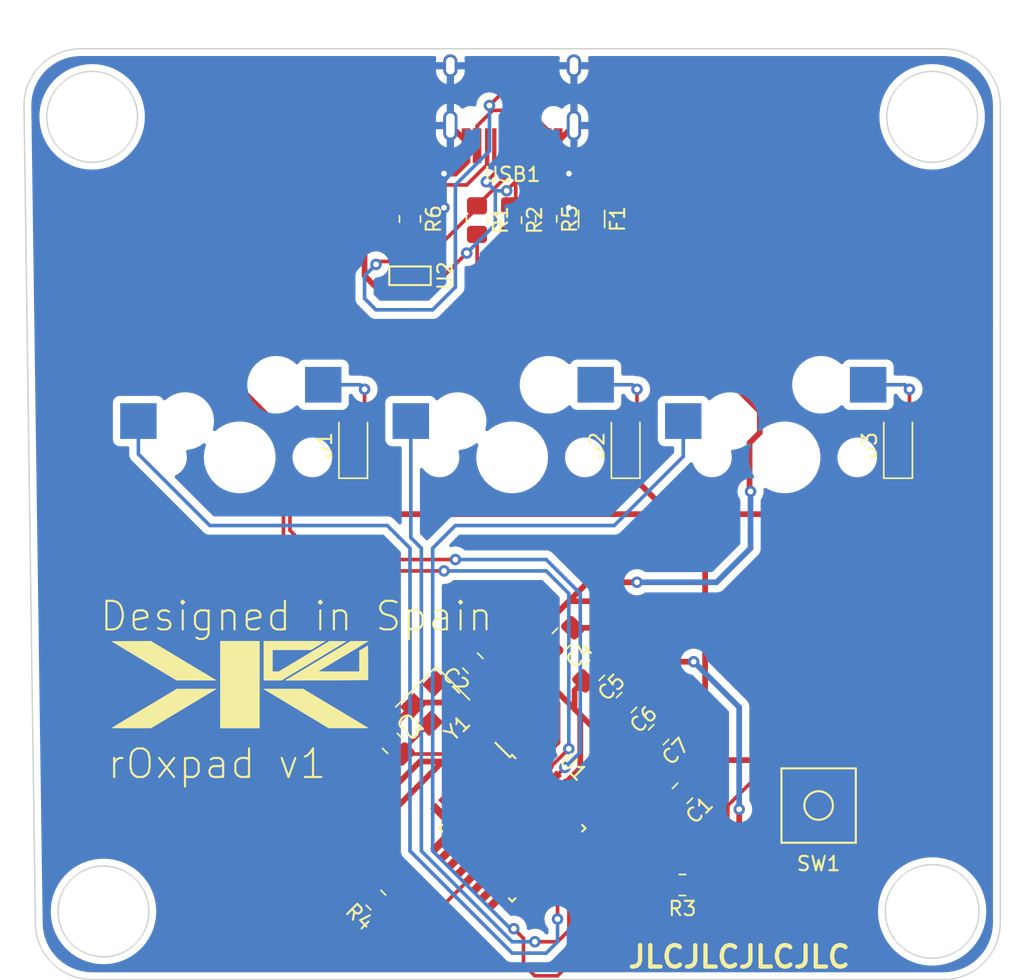
<source format=kicad_pcb>
(kicad_pcb (version 20211014) (generator pcbnew)
  (layers (0 "F.Cu" signal) (31 "B.Cu" signal) (34 "B.Paste" user) (35 "F.Paste" user) (36 "B.SilkS" user "B.Silkscreen") (37 "F.SilkS" user "F.Silkscreen") (38 "B.Mask" user) (39 "F.Mask" user) (44 "Edge.Cuts" user))
  (net 0 "")
  (net 1 "+5V")
  (net 2 "GND")
  (net 3 "XTAL1")
  (net 4 "XTAL2")
  (net 5 "Net-(D1-Pad2)")
  (net 6 "Net-(D2-Pad2)")
  (net 7 "Net-(D3-Pad2)")
  (net 8 "D-")
  (net 9 "Net-(R1-Pad2)")
  (net 10 "D+")
  (net 11 "Net-(R2-Pad2)")
  (net 12 "Net-(R3-Pad2)")
  (net 22 "Net-(C1-Pad1)")
  (net 23 "VCC")
  (net 24 "KEY-0")
  (net 25 "KEY-1")
  (net 26 "KEY-2")
  (net 27 "Net-(R4-Pad1)")
  (net 28 "Net-(R5-Pad1)")
  (net 29 "Net-(R6-Pad1)")
  (footprint "random-keyboard-parts:SKQG-1155865" (layer "F.Cu") (at 128.5875 113.24375)
    (fp_text reference "SW1" (at 0 4.064) (layer "F.SilkS"))
    (fp_text value "SW_Push")
    (pad "1" smd rect locked (at 3.1 1.85) (size 1.8 1.1) (layers "F.Cu" "F.Paste" "F.Mask") (net 2 "GND"))
    (pad "2" smd rect locked (at -3.1 -1.85) (size 1.8 1.1) (layers "F.Cu" "F.Paste" "F.Mask") (net 12 "Net-(R3-Pad2)"))
    (pad "3" smd rect locked (at 3.1 -1.85) (size 1.8 1.1) (layers "F.Cu" "F.Paste" "F.Mask"))
    (pad "4" smd rect locked (at -3.1 1.85) (size 1.8 1.1) (layers "F.Cu" "F.Paste" "F.Mask"))
  )
  (footprint "Resistor_SMD:R_0805_2012Metric_Pad1.20x1.40mm_HandSolder" (layer "F.Cu") (at 100.0125 72.23125 -90)
    (fp_text reference "R6" (at 0 -1.65 90) (layer "F.SilkS"))
    (fp_text value "5.1k")
    (pad "1" smd roundrect (at -1 0 270) (size 1.2 1.4) (layers "F.Cu" "F.Paste" "F.Mask") (roundrect_rratio 0.2083333333) (net 29 "Net-(R6-Pad1)"))
    (pad "2" smd roundrect (at 1 0 270) (size 1.2 1.4) (layers "F.Cu" "F.Paste" "F.Mask") (roundrect_rratio 0.2083333333) (net 2 "GND"))
  )
  (footprint "Diode_SMD:D_SOD-123" (layer "F.Cu") (at 115.09375 88.10625 90)
    (fp_text reference "D2" (at 0 -2 90) (layer "F.SilkS"))
    (fp_text value "D_Small")
    (pad "1" smd rect (at -1.65 0 90) (size 0.9 1.2) (layers "F.Cu" "F.Paste" "F.Mask") (net 2 "GND"))
    (pad "2" smd rect (at 1.65 0 90) (size 0.9 1.2) (layers "F.Cu" "F.Paste" "F.Mask") (net 6 "Net-(D2-Pad2)"))
  )
  (footprint "Capacitor_SMD:C_0805_2012Metric_Pad1.18x1.45mm_HandSolder" (layer "F.Cu") (at 119.0625 112.389873 -135)
    (fp_text reference "C1" (at 0 -1.68 45) (layer "F.SilkS"))
    (fp_text value "1uF")
    (pad "1" smd roundrect (at -1.0375 0 225) (size 1.175 1.45) (layers "F.Cu" "F.Paste" "F.Mask") (roundrect_rratio 0.2127659574) (net 22 "Net-(C1-Pad1)"))
    (pad "2" smd roundrect (at 1.0375 0 225) (size 1.175 1.45) (layers "F.Cu" "F.Paste" "F.Mask") (roundrect_rratio 0.2127659574) (net 2 "GND"))
  )
  (footprint "Capacitor_SMD:C_0805_2012Metric_Pad1.18x1.45mm_HandSolder" (layer "F.Cu") (at 98.79367 108.90633 -45)
    (fp_text reference "C3" (at 0 -1.68 135) (layer "F.SilkS"))
    (fp_text value "22Pf")
    (pad "1" smd roundrect (at -1.0375 0 315) (size 1.175 1.45) (layers "F.Cu" "F.Paste" "F.Mask") (roundrect_rratio 0.2127659574) (net 2 "GND"))
    (pad "2" smd roundrect (at 1.0375 0 315) (size 1.175 1.45) (layers "F.Cu" "F.Paste" "F.Mask") (roundrect_rratio 0.2127659574) (net 4 "XTAL2"))
  )
  (footprint "Resistor_SMD:R_0805_2012Metric_Pad1.20x1.40mm_HandSolder" (layer "F.Cu") (at 119.0625 118.8 180)
    (fp_text reference "R3" (at 0 -1.65) (layer "F.SilkS"))
    (fp_text value "10k")
    (pad "1" smd roundrect (at -1 0 180) (size 1.2 1.4) (layers "F.Cu" "F.Paste" "F.Mask") (roundrect_rratio 0.2083333333) (net 1 "+5V"))
    (pad "2" smd roundrect (at 1 0 180) (size 1.2 1.4) (layers "F.Cu" "F.Paste" "F.Mask") (roundrect_rratio 0.2083333333) (net 12 "Net-(R3-Pad2)"))
  )
  (footprint "MX_Only:MXOnly-1U-Hotswap" (layer "F.Cu") (at 126.20625 88.9)
    (fp_text reference "MX3")
    (fp_text value "MX-NoLED")
    (pad "" np_thru_hole circle locked (at 5.08 0 48.0996) (size 1.75 1.75) (drill 1.75) (layers *.Cu *.Mask))
    (pad "" np_thru_hole circle locked (at -5.08 0 48.0996) (size 1.75 1.75) (drill 1.75) (layers *.Cu *.Mask))
    (pad "" np_thru_hole circle locked (at -3.81 -2.54) (size 3 3) (drill 3) (layers *.Cu *.Mask))
    (pad "" np_thru_hole circle locked (at 0 0) (size 3.9878 3.9878) (drill 3.9878) (layers *.Cu *.Mask))
    (pad "" np_thru_hole circle locked (at 2.54 -5.08) (size 3 3) (drill 3) (layers *.Cu *.Mask))
    (pad "1" smd rect locked (at -7.085 -2.54) (size 2.55 2.5) (layers "B.Cu" "B.Paste" "B.Mask") (net 26 "KEY-2"))
    (pad "2" smd rect locked (at 5.842 -5.08) (size 2.55 2.5) (layers "B.Cu" "B.Paste" "B.Mask") (net 7 "Net-(D3-Pad2)"))
  )
  (footprint "Resistor_SMD:R_0805_2012Metric_Pad1.20x1.40mm_HandSolder" (layer "F.Cu") (at 97.63125 119.85625 135)
    (fp_text reference "R4" (at 0 -1.65 135) (layer "F.SilkS"))
    (fp_text value "10k")
    (pad "1" smd roundrect (at -1 0 135) (size 1.2 1.4) (layers "F.Cu" "F.Paste" "F.Mask") (roundrect_rratio 0.2083333333) (net 27 "Net-(R4-Pad1)"))
    (pad "2" smd roundrect (at 1 0 135) (size 1.2 1.4) (layers "F.Cu" "F.Paste" "F.Mask") (roundrect_rratio 0.2083333333) (net 2 "GND"))
  )
  (footprint "Resistor_SMD:R_0805_2012Metric_Pad1.20x1.40mm_HandSolder" (layer "F.Cu") (at 107.080016 72.307483 -90)
    (fp_text reference "R2" (at 0 -1.65 90) (layer "F.SilkS"))
    (fp_text value "22")
    (pad "1" smd roundrect (at -1 0 270) (size 1.2 1.4) (layers "F.Cu" "F.Paste" "F.Mask") (roundrect_rratio 0.2083333333) (net 10 "D+"))
    (pad "2" smd roundrect (at 1 0 270) (size 1.2 1.4) (layers "F.Cu" "F.Paste" "F.Mask") (roundrect_rratio 0.2083333333) (net 11 "Net-(R2-Pad2)"))
  )
  (footprint "Crystal:Crystal_SMD_3225-4Pin_3.2x2.5mm" (layer "F.Cu") (at 101.6 106.1 -135)
    (fp_text reference "Y1" (at 0 -2.45 45) (layer "F.SilkS"))
    (fp_text value "16MHz")
    (pad "1" smd rect (at -1.1 0.85 225) (size 1.4 1.2) (layers "F.Cu" "F.Paste" "F.Mask") (net 3 "XTAL1"))
    (pad "2" smd rect (at 1.1 0.85 225) (size 1.4 1.2) (layers "F.Cu" "F.Paste" "F.Mask") (net 2 "GND"))
    (pad "3" smd rect (at 1.1 -0.85 225) (size 1.4 1.2) (layers "F.Cu" "F.Paste" "F.Mask") (net 4 "XTAL2"))
    (pad "4" smd rect (at -1.1 -0.85 225) (size 1.4 1.2) (layers "F.Cu" "F.Paste" "F.Mask") (net 2 "GND"))
  )
  (footprint "Diode_SMD:D_SOD-123" (layer "F.Cu") (at 96.04375 88.10625 90)
    (fp_text reference "D1" (at 0 -2 90) (layer "F.SilkS"))
    (fp_text value "D_Small")
    (pad "1" smd rect (at -1.65 0 90) (size 0.9 1.2) (layers "F.Cu" "F.Paste" "F.Mask") (net 2 "GND"))
    (pad "2" smd rect (at 1.65 0 90) (size 0.9 1.2) (layers "F.Cu" "F.Paste" "F.Mask") (net 5 "Net-(D1-Pad2)"))
  )
  (footprint "Resistor_SMD:R_0805_2012Metric_Pad1.20x1.40mm_HandSolder" (layer "F.Cu") (at 104.698766 72.307483 -90)
    (fp_text reference "R1" (at 0 -1.65 90) (layer "F.SilkS"))
    (fp_text value "22")
    (pad "1" smd roundrect (at -1 0 270) (size 1.2 1.4) (layers "F.Cu" "F.Paste" "F.Mask") (roundrect_rratio 0.2083333333) (net 8 "D-"))
    (pad "2" smd roundrect (at 1 0 270) (size 1.2 1.4) (layers "F.Cu" "F.Paste" "F.Mask") (roundrect_rratio 0.2083333333) (net 9 "Net-(R1-Pad2)"))
  )
  (footprint "random-keyboard-parts:SOT143B" (layer "F.Cu") (at 100.0125 76.2 90)
    (fp_text reference "U2" (at 0 2.45 90) (layer "F.SilkS"))
    (fp_text value "PRTR5V0U2X")
    (pad "1" smd rect locked (at -1 -0.75) (size 1 0.7) (layers "F.Cu" "F.Paste" "F.Mask") (net 2 "GND"))
    (pad "2" smd rect locked (at -1 0.95) (size 0.6 0.7) (layers "F.Cu" "F.Paste" "F.Mask") (net 10 "D+"))
    (pad "3" smd rect locked (at 1 0.95) (size 0.6 0.7) (layers "F.Cu" "F.Paste" "F.Mask") (net 8 "D-"))
    (pad "4" smd rect locked (at 1 -0.95) (size 0.6 0.7) (layers "F.Cu" "F.Paste" "F.Mask") (net 23 "VCC"))
  )
  (footprint "MX_Only:MXOnly-1U-Hotswap" (layer "F.Cu") (at 107.15625 88.9)
    (fp_text reference "MX2")
    (fp_text value "MX-NoLED")
    (pad "" np_thru_hole circle locked (at 2.54 -5.08) (size 3 3) (drill 3) (layers *.Cu *.Mask))
    (pad "" np_thru_hole circle locked (at -5.08 0 48.0996) (size 1.75 1.75) (drill 1.75) (layers *.Cu *.Mask))
    (pad "" np_thru_hole circle locked (at -3.81 -2.54) (size 3 3) (drill 3) (layers *.Cu *.Mask))
    (pad "" np_thru_hole circle locked (at 0 0) (size 3.9878 3.9878) (drill 3.9878) (layers *.Cu *.Mask))
    (pad "" np_thru_hole circle locked (at 5.08 0 48.0996) (size 1.75 1.75) (drill 1.75) (layers *.Cu *.Mask))
    (pad "1" smd rect locked (at -7.085 -2.54) (size 2.55 2.5) (layers "B.Cu" "B.Paste" "B.Mask") (net 25 "KEY-1"))
    (pad "2" smd rect locked (at 5.842 -5.08) (size 2.55 2.5) (layers "B.Cu" "B.Paste" "B.Mask") (net 6 "Net-(D2-Pad2)"))
  )
  (footprint "Capacitor_SMD:C_0805_2012Metric_Pad1.18x1.45mm_HandSolder" (layer "F.Cu") (at 117.398941 108.284937 -135)
    (fp_text reference "C7" (at 0 -1.68 45) (layer "F.SilkS"))
    (fp_text value "10uF")
    (pad "1" smd roundrect (at -1.0375 0 225) (size 1.175 1.45) (layers "F.Cu" "F.Paste" "F.Mask") (roundrect_rratio 0.2127659574) (net 1 "+5V"))
    (pad "2" smd roundrect (at 1.0375 0 225) (size 1.175 1.45) (layers "F.Cu" "F.Paste" "F.Mask") (roundrect_rratio 0.2127659574) (net 2 "GND"))
  )
  (footprint "Package_QFP:TQFP-32_7x7mm_P0.8mm" (layer "F.Cu") (at 107.15625 114.83125 -45)
    (fp_text reference "U1" (at 0 -6.05 135) (layer "F.SilkS"))
    (fp_text value "ATmega16U2-A")
    (pad "1" smd rect (at -4.25 -2.8 315) (size 1.6 0.55) (layers "F.Cu" "F.Paste" "F.Mask") (net 3 "XTAL1"))
    (pad "2" smd rect (at -4.25 -2 315) (size 1.6 0.55) (layers "F.Cu" "F.Paste" "F.Mask") (net 4 "XTAL2"))
    (pad "3" smd rect (at -4.25 -1.2 315) (size 1.6 0.55) (layers "F.Cu" "F.Paste" "F.Mask") (net 2 "GND"))
    (pad "4" smd rect (at -4.25 -0.4 315) (size 1.6 0.55) (layers "F.Cu" "F.Paste" "F.Mask") (net 1 "+5V"))
    (pad "5" smd rect (at -4.25 0.4 315) (size 1.6 0.55) (layers "F.Cu" "F.Paste" "F.Mask"))
    (pad "6" smd rect (at -4.25 1.2 315) (size 1.6 0.55) (layers "F.Cu" "F.Paste" "F.Mask"))
    (pad "7" smd rect (at -4.25 2 315) (size 1.6 0.55) (layers "F.Cu" "F.Paste" "F.Mask"))
    (pad "8" smd rect (at -4.25 2.8 315) (size 1.6 0.55) (layers "F.Cu" "F.Paste" "F.Mask"))
    (pad "9" smd rect (at -2.8 4.25 45) (size 1.6 0.55) (layers "F.Cu" "F.Paste" "F.Mask"))
    (pad "10" smd rect (at -2 4.25 45) (size 1.6 0.55) (layers "F.Cu" "F.Paste" "F.Mask"))
    (pad "11" smd rect (at -1.2 4.25 45) (size 1.6 0.55) (layers "F.Cu" "F.Paste" "F.Mask"))
    (pad "12" smd rect (at -0.4 4.25 45) (size 1.6 0.55) (layers "F.Cu" "F.Paste" "F.Mask"))
    (pad "13" smd rect (at 0.4 4.25 45) (size 1.6 0.55) (layers "F.Cu" "F.Paste" "F.Mask") (net 27 "Net-(R4-Pad1)"))
    (pad "14" smd rect (at 1.2 4.25 45) (size 1.6 0.55) (layers "F.Cu" "F.Paste" "F.Mask"))
    (pad "15" smd rect (at 2 4.25 45) (size 1.6 0.55) (layers "F.Cu" "F.Paste" "F.Mask"))
    (pad "16" smd rect (at 2.8 4.25 45) (size 1.6 0.55) (layers "F.Cu" "F.Paste" "F.Mask"))
    (pad "17" smd rect (at 4.25 2.8 315) (size 1.6 0.55) (layers "F.Cu" "F.Paste" "F.Mask"))
    (pad "18" smd rect (at 4.25 2 315) (size 1.6 0.55) (layers "F.Cu" "F.Paste" "F.Mask"))
    (pad "19" smd rect (at 4.25 1.2 315) (size 1.6 0.55) (layers "F.Cu" "F.Paste" "F.Mask") (net 24 "KEY-0"))
    (pad "20" smd rect (at 4.25 0.4 315) (size 1.6 0.55) (layers "F.Cu" "F.Paste" "F.Mask") (net 25 "KEY-1"))
    (pad "21" smd rect (at 4.25 -0.4 315) (size 1.6 0.55) (layers "F.Cu" "F.Paste" "F.Mask") (net 26 "KEY-2"))
    (pad "22" smd rect (at 4.25 -1.2 315) (size 1.6 0.55) (layers "F.Cu" "F.Paste" "F.Mask"))
    (pad "23" smd rect (at 4.25 -2 315) (size 1.6 0.55) (layers "F.Cu" "F.Paste" "F.Mask"))
    (pad "24" smd rect (at 4.25 -2.8 315) (size 1.6 0.55) (layers "F.Cu" "F.Paste" "F.Mask") (net 12 "Net-(R3-Pad2)"))
    (pad "25" smd rect (at 2.8 -4.25 45) (size 1.6 0.55) (layers "F.Cu" "F.Paste" "F.Mask"))
    (pad "26" smd rect (at 2 -4.25 45) (size 1.6 0.55) (layers "F.Cu" "F.Paste" "F.Mask"))
    (pad "27" smd rect (at 1.2 -4.25 45) (size 1.6 0.55) (layers "F.Cu" "F.Paste" "F.Mask") (net 22 "Net-(C1-Pad1)"))
    (pad "28" smd rect (at 0.4 -4.25 45) (size 1.6 0.55) (layers "F.Cu" "F.Paste" "F.Mask") (net 2 "GND"))
    (pad "29" smd rect (at -0.4 -4.25 45) (size 1.6 0.55) (layers "F.Cu" "F.Paste" "F.Mask") (net 11 "Net-(R2-Pad2)"))
    (pad "30" smd rect (at -1.2 -4.25 45) (size 1.6 0.55) (layers "F.Cu" "F.Paste" "F.Mask") (net 9 "Net-(R1-Pad2)"))
    (pad "31" smd rect (at -2 -4.25 45) (size 1.6 0.55) (layers "F.Cu" "F.Paste" "F.Mask") (net 1 "+5V"))
    (pad "32" smd rect (at -2.8 -4.25 45) (size 1.6 0.55) (layers "F.Cu" "F.Paste" "F.Mask") (net 1 "+5V"))
  )
  (footprint "Capacitor_SMD:C_0805_2012Metric_Pad1.18x1.45mm_HandSolder" (layer "F.Cu") (at 110.663749 101.549745 -135)
    (fp_text reference "C4" (at 0 -1.68 45) (layer "F.SilkS"))
    (fp_text value "0.1uF")
    (pad "1" smd roundrect (at -1.0375 0 225) (size 1.175 1.45) (layers "F.Cu" "F.Paste" "F.Mask") (roundrect_rratio 0.2127659574) (net 1 "+5V"))
    (pad "2" smd roundrect (at 1.0375 0 225) (size 1.175 1.45) (layers "F.Cu" "F.Paste" "F.Mask") (roundrect_rratio 0.2127659574) (net 2 "GND"))
  )
  (footprint "MX_Only:MXOnly-1U-Hotswap" (layer "F.Cu") (at 88.10625 88.9)
    (fp_text reference "MX1")
    (fp_text value "MX-NoLED")
    (pad "" np_thru_hole circle locked (at 0 0) (size 3.9878 3.9878) (drill 3.9878) (layers *.Cu *.Mask))
    (pad "" np_thru_hole circle locked (at -3.81 -2.54) (size 3 3) (drill 3) (layers *.Cu *.Mask))
    (pad "" np_thru_hole circle locked (at -5.08 0 48.0996) (size 1.75 1.75) (drill 1.75) (layers *.Cu *.Mask))
    (pad "" np_thru_hole circle locked (at 5.08 0 48.0996) (size 1.75 1.75) (drill 1.75) (layers *.Cu *.Mask))
    (pad "" np_thru_hole circle locked (at 2.54 -5.08) (size 3 3) (drill 3) (layers *.Cu *.Mask))
    (pad "1" smd rect locked (at -7.085 -2.54) (size 2.55 2.5) (layers "B.Cu" "B.Paste" "B.Mask") (net 24 "KEY-0"))
    (pad "2" smd rect locked (at 5.842 -5.08) (size 2.55 2.5) (layers "B.Cu" "B.Paste" "B.Mask") (net 5 "Net-(D1-Pad2)"))
  )
  (footprint "Diode_SMD:D_SOD-123" (layer "F.Cu") (at 134.14375 88.10625 90)
    (fp_text reference "D3" (at 0 -2 90) (layer "F.SilkS"))
    (fp_text value "D_Small")
    (pad "1" smd rect (at -1.65 0 90) (size 0.9 1.2) (layers "F.Cu" "F.Paste" "F.Mask") (net 2 "GND"))
    (pad "2" smd rect (at 1.65 0 90) (size 0.9 1.2) (layers "F.Cu" "F.Paste" "F.Mask") (net 7 "Net-(D3-Pad2)"))
  )
  (footprint "Capacitor_SMD:C_0805_2012Metric_Pad1.18x1.45mm_HandSolder" (layer "F.Cu") (at 104.40633 103.29367 135)
    (fp_text reference "C2" (at 0 -1.68 135) (layer "F.SilkS"))
    (fp_text value "22Pf")
    (pad "1" smd roundrect (at -1.0375 0 135) (size 1.175 1.45) (layers "F.Cu" "F.Paste" "F.Mask") (roundrect_rratio 0.2127659574) (net 2 "GND"))
    (pad "2" smd roundrect (at 1.0375 0 135) (size 1.175 1.45) (layers "F.Cu" "F.Paste" "F.Mask") (roundrect_rratio 0.2127659574) (net 3 "XTAL1"))
  )
  (footprint "Resistor_SMD:R_0805_2012Metric_Pad1.20x1.40mm_HandSolder" (layer "F.Cu") (at 109.5375 72.23125 -90)
    (fp_text reference "R5" (at 0 -1.65 90) (layer "F.SilkS"))
    (fp_text value "5.1k")
    (pad "1" smd roundrect (at -1 0 270) (size 1.2 1.4) (layers "F.Cu" "F.Paste" "F.Mask") (roundrect_rratio 0.2083333333) (net 28 "Net-(R5-Pad1)"))
    (pad "2" smd roundrect (at 1 0 270) (size 1.2 1.4) (layers "F.Cu" "F.Paste" "F.Mask") (roundrect_rratio 0.2083333333) (net 2 "GND"))
  )
  (footprint "LOGO" (layer "F.Cu") (at 88.10625 104.775)
    (fp_text reference "G***" hide)
    (fp_text value "LOGO" hide)
  )
  (footprint "Capacitor_SMD:C_0805_2012Metric_Pad1.18x1.45mm_HandSolder" (layer "F.Cu") (at 115.153877 106.039873 -135)
    (fp_text reference "C6" (at 0 -1.68 45) (layer "F.SilkS"))
    (fp_text value "0.1uF")
    (pad "1" smd roundrect (at -1.0375 0 225) (size 1.175 1.45) (layers "F.Cu" "F.Paste" "F.Mask") (roundrect_rratio 0.2127659574) (net 1 "+5V"))
    (pad "2" smd roundrect (at 1.0375 0 225) (size 1.175 1.45) (layers "F.Cu" "F.Paste" "F.Mask") (roundrect_rratio 0.2127659574) (net 2 "GND"))
  )
  (footprint "Fuse:Fuse_1206_3216Metric_Pad1.42x1.75mm_HandSolder" (layer "F.Cu") (at 112.7125 72.23125 -90)
    (fp_text reference "F1" (at 0 -1.82 90) (layer "F.SilkS"))
    (fp_text value "Polyfuse_Small")
    (pad "1" smd roundrect (at -1.4875 0 270) (size 1.425 1.75) (layers "F.Cu" "F.Paste" "F.Mask") (roundrect_rratio 0.1754392982) (net 23 "VCC"))
    (pad "2" smd roundrect (at 1.4875 0 270) (size 1.425 1.75) (layers "F.Cu" "F.Paste" "F.Mask") (roundrect_rratio 0.1754392982) (net 1 "+5V"))
  )
  (footprint "Capacitor_SMD:C_0805_2012Metric_Pad1.18x1.45mm_HandSolder" (layer "F.Cu") (at 112.908813 103.794809 -135)
    (fp_text reference "C5" (at 0 -1.68 45) (layer "F.SilkS"))
    (fp_text value "0.1uF")
    (pad "1" smd roundrect (at -1.0375 0 225) (size 1.175 1.45) (layers "F.Cu" "F.Paste" "F.Mask") (roundrect_rratio 0.2127659574) (net 1 "+5V"))
    (pad "2" smd roundrect (at 1.0375 0 225) (size 1.175 1.45) (layers "F.Cu" "F.Paste" "F.Mask") (roundrect_rratio 0.2127659574) (net 2 "GND"))
  )
  (footprint "Type-C:HRO-TYPE-C-31-M-12-HandSoldering" (layer "F.Cu") (at 107.15625 58.915 180)
    (fp_text reference "USB1" (at 0 -10.2) (layer "F.SilkS"))
    (fp_text value "HRO-TYPE-C-31-M-12")
    (pad "" np_thru_hole circle locked (at 2.89 -6.25 180) (size 0.65 0.65) (drill 0.65) (layers *.Cu *.Mask))
    (pad "" np_thru_hole circle locked (at -2.89 -6.25 180) (size 0.65 0.65) (drill 0.65) (layers *.Cu *.Mask))
    (pad "1" smd rect locked (at -3.225 -8.195 180) (size 0.6 2.45) (layers "F.Cu" "F.Paste" "F.Mask") (net 2 "GND"))
    (pad "2" smd rect locked (at -2.45 -8.195 180) (size 0.6 2.45) (layers "F.Cu" "F.Paste" "F.Mask") (net 23 "VCC"))
    (pad "3" smd rect locked (at -1.75 -8.195 180) (size 0.3 2.45) (layers "F.Cu" "F.Paste" "F.Mask"))
    (pad "4" smd rect locked (at -1.25 -8.195 180) (size 0.3 2.45) (layers "F.Cu" "F.Paste" "F.Mask") (net 28 "Net-(R5-Pad1)"))
    (pad "5" smd rect locked (at -0.75 -8.195 180) (size 0.3 2.45) (layers "F.Cu" "F.Paste" "F.Mask") (net 8 "D-"))
    (pad "6" smd rect locked (at -0.25 -8.195 180) (size 0.3 2.45) (layers "F.Cu" "F.Paste" "F.Mask") (net 10 "D+"))
    (pad "7" smd rect locked (at 0.25 -8.195 180) (size 0.3 2.45) (layers "F.Cu" "F.Paste" "F.Mask") (net 8 "D-"))
    (pad "8" smd rect locked (at 0.75 -8.195 180) (size 0.3 2.45) (layers "F.Cu" "F.Paste" "F.Mask") (net 10 "D+"))
    (pad "9" smd rect locked (at 1.25 -8.195 180) (size 0.3 2.45) (layers "F.Cu" "F.Paste" "F.Mask"))
    (pad "10" smd rect locked (at 1.75 -8.195 180) (size 0.3 2.45) (layers "F.Cu" "F.Paste" "F.Mask") (net 29 "Net-(R6-Pad1)"))
    (pad "11" smd rect locked (at 2.45 -8.195 180) (size 0.6 2.45) (layers "F.Cu" "F.Paste" "F.Mask") (net 23 "VCC"))
    (pad "12" smd rect locked (at 3.225 -8.195 180) (size 0.6 2.45) (layers "F.Cu" "F.Paste" "F.Mask") (net 2 "GND"))
    (pad "13" thru_hole oval locked (at -4.32 -6.78 180) (size 1 2.1) (drill oval 0.6 1.7) (layers *.Cu "B.Mask") (net 2 "GND"))
    (pad "13" thru_hole oval locked (at 4.32 -6.78 180) (size 1 2.1) (drill oval 0.6 1.7) (layers *.Cu "B.Mask") (net 2 "GND"))
    (pad "13" thru_hole oval locked (at -4.32 -2.6 180) (size 1 1.6) (drill oval 0.6 1.2) (layers *.Cu "B.Mask") (net 2 "GND"))
    (pad "13" thru_hole oval locked (at 4.32 -2.6 180) (size 1 1.6) (drill oval 0.6 1.2) (layers *.Cu "B.Mask") (net 2 "GND"))
  )
  (gr_circle (center 136.525 65.0875) (end 136.525 61.9125) (layer "Edge.Cuts") (width 0.1) (fill none))
  (gr_arc (start 141.2875 121.44375) (mid 140.12508 124.25008) (end 137.31875 125.4125) (layer "Edge.Cuts") (width 0.1))
  (gr_circle (center 136.525 120.65) (end 137.31875 117.475) (layer "Edge.Cuts") (width 0.1) (fill none))
  (gr_arc (start 77.7875 125.4125) (mid 74.98117 124.25008) (end 73.81875 121.44375) (layer "Edge.Cuts") (width 0.1))
  (gr_line (start 77.7875 125.4125) (end 137.31875 125.4125) (layer "Edge.Cuts") (width 0.1))
  (gr_arc (start 137.31875 60.325) (mid 140.12508 61.48742) (end 141.2875 64.29375) (layer "Edge.Cuts") (width 0.1))
  (gr_circle (center 77.7875 65.0875) (end 77.7875 61.9125) (layer "Edge.Cuts") (width 0.1) (fill none))
  (gr_line (start 137.31875 60.325) (end 76.99375 60.325) (layer "Edge.Cuts") (width 0.1))
  (gr_line (start 141.2875 121.44375) (end 141.2875 79.375) (layer "Edge.Cuts") (width 0.1))
  (gr_line (start 73.025 64.29375) (end 73.81875 121.44375) (layer "Edge.Cuts") (width 0.1))
  (gr_circle (center 78.58125 120.65) (end 78.58125 117.475) (layer "Edge.Cuts") (width 0.1) (fill none))
  (gr_line (start 141.2875 79.375) (end 141.2875 64.29375) (layer "Edge.Cuts") (width 0.1))
  (gr_arc (start 73.025 64.29375) (mid 74.18742 61.48742) (end 76.99375 60.325) (layer "Edge.Cuts") (width 0.1))
  (gr_text "Designed in Spain" (at 92.075 100.0125) (layer "F.SilkS") (effects (font (size 2 2))))
  (gr_text "rOxpad v1" (at 86.51875 110.33125) (layer "F.SilkS") (effects (font (size 2 2))))
  (gr_text "JLCJLCJLCJLC" (at 123.03125 123.825) (layer "F.SilkS") (effects (font (size 1.5 1.5) (thickness 0.3))))
  (segment (start 123.758349 87.886046) (end 123.758349 91.214599) (width 0.4) (layer "F.Cu") (net 1))
  (segment (start 111.125 98.95625) (end 113.50625 98.95625) (width 0.4) (layer "F.Cu") (net 1))
  (segment (start 121.349625 82.55) (end 124.475322 85.675697) (width 0.4) (layer "F.Cu") (net 1))
  (segment (start 117.7375 103.1875) (end 115.8875 101.3375) (width 0.4) (layer "F.Cu") (net 1))
  (segment (start 115.8875 101.3375) (end 115.8875 102.13125) (width 0.4) (layer "F.Cu") (net 1))
  (segment (start 120.0625 118.8) (end 120.601541 118.8) (width 0.4) (layer "F.Cu") (net 1))
  (segment (start 110.33125 106.154778) (end 107.95 103.773528) (width 0.4) (layer "F.Cu") (net 1))
  (segment (start 113.642436 103.061186) (end 114.572372 102.13125) (width 0.4) (layer "F.Cu") (net 1))
  (segment (start 118.132564 104.376314) (end 118.132564 107.551314) (width 0.4) (layer "F.Cu") (net 1))
  (segment (start 114.572372 100.816122) (end 115.8875 102.13125) (width 0.4) (layer "F.Cu") (net 1))
  (segment (start 112.7125 76.99375) (end 118.26875 82.55) (width 0.4) (layer "F.Cu") (net 1))
  (segment (start 111.397372 100.816122) (end 114.572372 100.816122) (width 0.4) (layer "F.Cu") (net 1))
  (segment (start 116.68125 102.925) (end 118.132564 104.376314) (width 0.4) (layer "F.Cu") (net 1))
  (segment (start 112.7125 73.71875) (end 112.7125 76.99375) (width 0.4) (layer "F.Cu") (net 1))
  (segment (start 118.26875 82.55) (end 121.349625 82.55) (width 0.4) (layer "F.Cu") (net 1))
  (segment (start 123.03125 116.370291) (end 123.03125 113.50625) (width 0.4) (layer "F.Cu") (net 1))
  (segment (start 116.68125 102.925) (end 115.8875 102.13125) (width 0.4) (layer "F.Cu") (net 1))
  (segment (start 112.45 97.63125) (end 110.99375 99.0875) (width 0.4) (layer "F.Cu") (net 1))
  (segment (start 113.50625 98.95625) (end 115.8875 101.3375) (width 0.4) (layer "F.Cu") (net 1))
  (segment (start 115.8875 105.30625) (end 116.68125 104.5125) (width 0.4) (layer "F.Cu") (net 1))
  (segment (start 107.95 102.13125) (end 110.99375 99.0875) (width 0.4) (layer "F.Cu") (net 1))
  (segment (start 119.8505 103.1875) (end 117.7375 103.1875) (width 0.4) (layer "F.Cu") (net 1))
  (segment (start 110.33125 108.827823) (end 108.74724 110.411833) (width 0.4) (layer "F.Cu") (net 1))
  (segment (start 110.33125 108.827823) (end 110.33125 106.154778) (width 0.4) (layer "F.Cu") (net 1))
  (segment (start 124.475322 87.169073) (end 123.758349 87.886046) (width 0.4) (layer "F.Cu") (net 1))
  (segment (start 124.475322 85.675697) (end 124.475322 87.169073) (width 0.4) (layer "F.Cu") (net 1))
  (segment (start 120.601541 118.8) (end 123.03125 116.370291) (width 0.4) (layer "F.Cu") (net 1))
  (segment (start 123.758349 91.214599) (end 123.825 91.28125) (width 0.4) (layer "F.Cu") (net 1))
  (segment (start 110.99375 99.0875) (end 111.125 98.95625) (width 0.4) (layer "F.Cu") (net 1))
  (segment (start 116.68125 104.5125) (end 116.68125 102.925) (width 0.4) (layer "F.Cu") (net 1))
  (segment (start 115.88175 97.63125) (end 112.45 97.63125) (width 0.4) (layer "F.Cu") (net 1))
  (segment (start 114.572372 102.13125) (end 115.8875 102.13125) (width 0.4) (layer "F.Cu") (net 1))
  (segment (start 107.95 103.773528) (end 107.95 102.13125) (width 0.4) (layer "F.Cu") (net 1))
  (via (at 115.88175 97.63125) (size 0.8) (drill 0.4) (layers "F.Cu" "B.Cu") (net 1))
  (via (at 119.8505 103.1875) (size 0.8) (drill 0.4) (layers "F.Cu" "B.Cu") (net 1))
  (via (at 123.825 91.28125) (size 0.8) (drill 0.4) (layers "F.Cu" "B.Cu") (net 1))
  (via (at 123.03125 113.50625) (size 0.8) (drill 0.4) (layers "F.Cu" "B.Cu") (net 1))
  (segment (start 123.825 91.28125) (end 123.825 95.25) (width 0.4) (layer "B.Cu") (net 1))
  (segment (start 123.03125 107.95) (end 123.03125 106.36825) (width 0.4) (layer "B.Cu") (net 1))
  (segment (start 121.44375 97.63125) (end 115.88175 97.63125) (width 0.4) (layer "B.Cu") (net 1))
  (segment (start 123.03125 106.36825) (end 119.8505 103.1875) (width 0.4) (layer "B.Cu") (net 1))
  (segment (start 123.03125 113.50625) (end 123.03125 107.95) (width 0.4) (layer "B.Cu") (net 1))
  (segment (start 123.825 95.25) (end 121.44375 97.63125) (width 0.4) (layer "B.Cu") (net 1))
  (segment (start 104.874788 104.027293) (end 102.978858 105.923223) (width 0.4) (layer "F.Cu") (net 2))
  (segment (start 100.457538 106.040381) (end 102.8617 106.040381) (width 0.4) (layer "F.Cu") (net 2))
  (segment (start 131.03125 92.86875) (end 134.14375 89.75625) (width 0.4) (layer "F.Cu") (net 2))
  (segment (start 131.6875 115.09375) (end 133.0875 115.09375) (width 0.4) (layer "F.Cu") (net 2))
  (segment (start 112.17519 104.528432) (end 111.521875 105.181747) (width 0.4) (layer "F.Cu") (net 2))
  (segment (start 134.14375 114.0375) (end 134.14375 110.8625) (width 0.4) (layer "F.Cu") (net 2))
  (segment (start 111.521875 106.496875) (end 109.930126 104.905126) (width 0.4) (layer "F.Cu") (net 2))
  (segment (start 100.6 73.23125) (end 102.39375 71.4375) (width 0.4) (layer "F.Cu") (net 2))
  (segment (start 102.295547 110.166953) (end 96.924143 115.538357) (width 0.4) (layer "F.Cu") (net 2))
  (segment (start 114.04356 109.01856) (end 112.7125 107.6875) (width 0.4) (layer "F.Cu") (net 2))
  (segment (start 118.26875 92.86875) (end 131.03125 92.86875) (width 0.4) (layer "F.Cu") (net 2))
  (segment (start 96.8375 74.6125) (end 98.21875 73.23125) (width 0.4) (layer "F.Cu") (net 2))
  (segment (start 97.63125 108.601504) (end 98.060047 108.172707) (width 0.4) (layer "F.Cu") (net 2))
  (segment (start 134.14375 110.8625) (end 133.35 110.06875) (width 0.4) (layer "F.Cu") (net 2))
  (segment (start 115.09375 89.75625) (end 118.20625 92.86875) (width 0.4) (layer "F.Cu") (net 2))
  (segment (start 98.21875 73.23125) (end 100.0125 73.23125) (width 0.4) (layer "F.Cu") (net 2))
  (segment (start 111.91875 110.634436) (end 110.444297 112.108889) (width 0.4) (layer "F.Cu") (net 2))
  (segment (start 96.924143 115.538357) (end 96.924143 119.149143) (width 0.4) (layer "F.Cu") (net 2))
  (segment (start 118.148496 113.123496) (end 115.8875 110.8625) (width 0.4) (layer "F.Cu") (net 2))
  (segment (start 111.47625 61.515) (end 111.47625 65.695) (width 0.4) (layer "F.Cu") (net 2))
  (segment (start 120.65 108.48125) (end 120.65 95.25) (width 0.4) (layer "F.Cu") (net 2))
  (segment (start 119.0625 110.06875) (end 120.65 108.48125) (width 0.4) (layer "F.Cu") (net 2))
  (segment (start 110.125 73.23125) (end 111.125 72.23125) (width 0.4) (layer "F.Cu") (net 2))
  (segment (start 133.0875 115.09375) (end 134.14375 114.0375) (width 0.4) (layer "F.Cu") (net 2))
  (segment (start 110.38125 67.11) (end 110.38125 66.79) (width 0.4) (layer "F.Cu") (net 2))
  (segment (start 98.325212 108.172707) (end 100.221142 106.276777) (width 0.4) (layer "F.Cu") (net 2))
  (segment (start 110.38125 66.79) (end 111.47625 65.695) (width 0.4) (layer "F.Cu") (net 2))
  (segment (start 100.0125 73.23125) (end 100.6 73.23125) (width 0.4) (layer "F.Cu") (net 2))
  (segment (start 102.83625 61.515) (end 102.83625 65.695) (width 0.4) (layer "F.Cu") (net 2))
  (segment (start 100.221142 106.276777) (end 100.457538 106.040381) (width 0.4) (layer "F.Cu") (net 2))
  (segment (start 112.7125 107.6875) (end 111.91875 106.89375) (width 0.4) (layer "F.Cu") (net 2))
  (segment (start 111.521875 106.496875) (end 111.91875 106.89375) (width 0.4) (layer "F.Cu") (net 2))
  (segment (start 118.26875 110.8625) (end 115.8875 110.8625) (width 0.4) (layer "F.Cu") (net 2))
  (segment (start 102.295547 110.166953) (end 100.708047 110.166953) (width 0.4) (layer "F.Cu") (net 2))
  (segment (start 97.63125 110.8625) (end 97.63125 108.601504) (width 0.4) (layer "F.Cu") (net 2))
  (segment (start 105.139953 104.027293) (end 104.874788 104.027293) (width 0.4) (layer "F.Cu") (net 2))
  (segment (start 116.665318 109.01856) (end 114.04356 109.01856) (width 0.4) (layer "F.Cu") (net 2))
  (segment (start 109.5375 73.23125) (end 110.125 73.23125) (width 0.4) (layer "F.Cu") (net 2))
  (segment (start 114.420254 106.773496) (end 113.50625 107.6875) (width 0.4) (layer "F.Cu") (net 2))
  (segment (start 113.50625 107.6875) (end 112.7125 107.6875) (width 0.4) (layer "F.Cu") (net 2))
  (segment (start 103.93125 67.11) (end 103.93125 66.79) (width 0.4) (layer "F.Cu") (net 2))
  (segment (start 118.328877 113.123496) (end 118.148496 113.123496) (width 0.4) (layer "F.Cu") (net 2))
  (segment (start 99.15625 92.86875) (end 118.26875 92.86875) (width 0.4) (layer "F.Cu") (net 2))
  (segment (start 120.65 95.25) (end 118.26875 92.86875) (width 0.4) (layer "F.Cu") (net 2))
  (segment (start 104.189009 110.166953) (end 102.295547 110.166953) (width 0.4) (layer "F.Cu") (net 2))
  (segment (start 109.930126 104.905126) (end 109.930126 102.283368) (width 0.4) (layer "F.Cu") (net 2))
  (segment (start 111.91875 106.89375) (end 111.91875 110.634436) (width 0.4) (layer "F.Cu") (net 2))
  (segment (start 102.8617 106.040381) (end 102.978858 105.923223) (width 0.4) (layer "F.Cu") (net 2))
  (segment (start 98.425 111.65625) (end 97.63125 110.8625) (width 0.4) (layer "F.Cu") (net 2))
  (segment (start 97.8375 77.2) (end 96.8375 76.2) (width 0.4) (layer "F.Cu") (net 2))
  (segment (start 111.125 67.85375) (end 110.38125 67.11) (width 0.4) (layer "F.Cu") (net 2))
  (segment (start 111.125 69.05625) (end 111.125 67.85375) (width 0.4) (layer "F.Cu") (net 2))
  (segment (start 99.2625 77.2) (end 97.8375 77.2) (width 0.4) (layer "F.Cu") (net 2))
  (segment (start 111.125 72.23125) (end 111.125 71.4375) (width 0.4) (layer "F.Cu") (net 2))
  (segment (start 103.1875 69.05625) (end 103.93125 68.3125) (width 0.4) (layer "F.Cu") (net 2))
  (segment (start 133.35 110.06875) (end 119.0625 110.06875) (width 0.4) (layer "F.Cu") (net 2))
  (segment (start 100.708047 110.166953) (end 99.21875 111.65625) (width 0.4) (layer "F.Cu") (net 2))
  (segment (start 115.8875 110.8625) (end 114.04356 109.01856) (width 0.4) (layer "F.Cu") (net 2))
  (segment (start 98.060047 108.172707) (end 98.325212 108.172707) (width 0.4) (layer "F.Cu") (net 2))
  (segment (start 103.93125 66.79) (end 102.83625 65.695) (width 0.4) (layer "F.Cu") (net 2))
  (segment (start 118.20625 92.86875) (end 118.26875 92.86875) (width 0.4) (layer "F.Cu") (net 2))
  (segment (start 96.04375 89.75625) (end 99.15625 92.86875) (width 0.4) (layer "F.Cu") (net 2))
  (segment (start 102.39375 69.05625) (end 103.1875 69.05625) (width 0.4) (layer "F.Cu") (net 2))
  (segment (start 103.93125 68.3125) (end 103.93125 67.11) (width 0.4) (layer "F.Cu") (net 2))
  (segment (start 96.8375 76.2) (end 96.8375 74.6125) (width 0.4) (layer "F.Cu") (net 2))
  (segment (start 104.999574 110.977518) (end 104.189009 110.166953) (width 0.4) (layer "F.Cu") (net 2))
  (segment (start 119.0625 110.06875) (end 118.26875 110.8625) (width 0.4) (layer "F.Cu") (net 2))
  (segment (start 111.521875 105.181747) (end 111.521875 106.496875) (width 0.4) (layer "F.Cu") (net 2))
  (segment (start 99.21875 111.65625) (end 98.425 111.65625) (width 0.4) (layer "F.Cu") (net 2))
  (via (at 111.125 69.05625) (size 0.8) (drill 0.4) (layers "F.Cu" "B.Cu") (net 2))
  (via (at 102.39375 69.05625) (size 0.8) (drill 0.4) (layers "F.Cu" "B.Cu") (net 2))
  (via (at 102.39375 71.4375) (size 0.8) (drill 0.4) (layers "F.Cu" "B.Cu") (net 2))
  (via (at 111.125 71.4375) (size 0.8) (drill 0.4) (layers "F.Cu" "B.Cu") (net 2))
  (segment (start 111.125 71.4375) (end 111.125 69.05625) (width 0.4) (layer "B.Cu") (net 2))
  (segment (start 102.39375 71.4375) (end 102.39375 69.05625) (width 0.4) (layer "B.Cu") (net 2))
  (segment (start 103.672707 102.825212) (end 101.776777 104.721142) (width 0.254) (layer "F.Cu") (net 3))
  (segment (start 107.15625 103.71875) (end 107.15625 102.925) (width 0.254) (layer "F.Cu") (net 3))
  (segment (start 103.672707 102.560047) (end 103.672707 102.825212) (width 0.254) (layer "F.Cu") (net 3))
  (segment (start 104.775 108.490202) (end 106.130945 109.846147) (width 0.254) (layer "F.Cu") (net 3))
  (segment (start 107.15625 102.925) (end 106.3625 102.13125) (width 0.254) (layer "F.Cu") (net 3))
  (segment (start 104.101504 102.13125) (end 103.672707 102.560047) (width 0.254) (layer "F.Cu") (net 3))
  (segment (start 104.775 108.490202) (end 104.775 106.1) (width 0.254) (layer "F.Cu") (net 3))
  (segment (start 104.775 106.1) (end 107.15625 103.71875) (width 0.254) (layer "F.Cu") (net 3))
  (segment (start 106.3625 102.13125) (end 104.101504 102.13125) (width 0.254) (layer "F.Cu") (net 3))
  (segment (start 104.79338 109.639953) (end 99.527293 109.639953) (width 0.254) (layer "F.Cu") (net 4))
  (segment (start 99.527293 109.639953) (end 99.527293 109.374788) (width 0.254) (layer "F.Cu") (net 4))
  (segment (start 105.56526 110.411833) (end 104.79338 109.639953) (width 0.254) (layer "F.Cu") (net 4))
  (segment (start 99.527293 109.374788) (end 101.423223 107.478858) (width 0.254) (layer "F.Cu") (net 4))
  (segment (start 96.10625 86.45625) (end 96.04375 86.45625) (width 0.254) (layer "F.Cu") (net 5))
  (segment (start 96.8375 84.1375) (end 96.8375 85.725) (width 0.254) (layer "F.Cu") (net 5))
  (segment (start 96.8375 85.725) (end 96.10625 86.45625) (width 0.254) (layer "F.Cu") (net 5))
  (via (at 96.8375 84.1375) (size 0.8) (drill 0.4) (layers "F.Cu" "B.Cu") (net 5))
  (segment (start 96.52 83.82) (end 96.8375 84.1375) (width 0.254) (layer "B.Cu") (net 5))
  (segment (start 93.94825 83.82) (end 96.52 83.82) (width 0.254) (layer "B.Cu") (net 5))
  (segment (start 115.8875 85.725) (end 115.15625 86.45625) (width 0.254) (layer "F.Cu") (net 6))
  (segment (start 115.8875 84.1375) (end 115.8875 85.725) (width 0.254) (layer "F.Cu") (net 6))
  (segment (start 115.15625 86.45625) (end 115.09375 86.45625) (width 0.254) (layer "F.Cu") (net 6))
  (via (at 115.8875 84.1375) (size 0.8) (drill 0.4) (layers "F.Cu" "B.Cu") (net 6))
  (segment (start 115.57 83.82) (end 115.8875 84.1375) (width 0.254) (layer "B.Cu") (net 6))
  (segment (start 112.99825 83.82) (end 115.57 83.82) (width 0.254) (layer "B.Cu") (net 6))
  (segment (start 134.20625 86.45625) (end 134.14375 86.45625) (width 0.254) (layer "F.Cu") (net 7))
  (segment (start 134.9375 84.1375) (end 134.9375 85.725) (width 0.254) (layer "F.Cu") (net 7))
  (segment (start 134.9375 85.725) (end 134.20625 86.45625) (width 0.254) (layer "F.Cu") (net 7))
  (via (at 134.9375 84.1375) (size 0.8) (drill 0.4) (layers "F.Cu" "B.Cu") (net 7))
  (segment (start 132.04825 83.82) (end 134.62 83.82) (width 0.254) (layer "B.Cu") (net 7))
  (segment (start 134.62 83.82) (end 134.9375 84.1375) (width 0.254) (layer "B.Cu") (net 7))
  (segment (start 104.698766 71.307483) (end 106.90625 69.099999) (width 0.254) (layer "F.Cu") (net 8))
  (segment (start 106.90625 67.11) (end 106.90625 65.3375) (width 0.254) (layer "F.Cu") (net 8))
  (segment (start 106.90625 69.099999) (end 106.90625 67.11) (width 0.254) (layer "F.Cu") (net 8))
  (segment (start 104.698766 71.463734) (end 104.698766 71.307483) (width 0.254) (layer "F.Cu") (net 8))
  (segment (start 107.15625 65.0875) (end 107.41275 65.0875) (width 0.254) (layer "F.Cu") (net 8))
  (segment (start 107.41275 65.0875) (end 107.90625 65.581) (width 0.254) (layer "F.Cu") (net 8))
  (segment (start 100.9625 75.2) (end 104.698766 71.463734) (width 0.254) (layer "F.Cu") (net 8))
  (segment (start 106.90625 65.3375) (end 107.15625 65.0875) (width 0.254) (layer "F.Cu") (net 8))
  (segment (start 107.90625 65.581) (end 107.90625 67.11) (width 0.254) (layer "F.Cu") (net 8))
  (segment (start 91.167 94.342) (end 91.167 87.64294) (width 0.254) (layer "F.Cu") (net 9))
  (segment (start 109.416732 110.977518) (end 111.11925 109.275) (width 0.254) (layer "F.Cu") (net 9))
  (segment (start 89.4715 80.391) (end 102.96525 80.391) (width 0.254) (layer "F.Cu") (net 9))
  (segment (start 91.167 87.64294) (end 87.65225 84.12819) (width 0.254) (layer "F.Cu") (net 9))
  (segment (start 93.6625 96.8375) (end 91.167 94.342) (width 0.254) (layer "F.Cu") (net 9))
  (segment (start 104.70825 78.648) (end 104.70825 73.316967) (width 0.254) (layer "F.Cu") (net 9))
  (segment (start 87.65225 82.21025) (end 89.4715 80.391) (width 0.254) (layer "F.Cu") (net 9))
  (segment (start 109.312926 110.977518) (end 109.416732 110.977518) (width 0.254) (layer "F.Cu") (net 9))
  (segment (start 102.39375 96.8375) (end 93.6625 96.8375) (width 0.254) (layer "F.Cu") (net 9))
  (segment (start 104.70825 73.316967) (end 104.698766 73.307483) (width 0.254) (layer "F.Cu") (net 9))
  (segment (start 87.65225 84.12819) (end 87.65225 82.21025) (width 0.254) (layer "F.Cu") (net 9))
  (segment (start 102.96525 80.391) (end 104.70825 78.648) (width 0.254) (layer "F.Cu") (net 9))
  (via (at 102.39375 96.8375) (size 0.8) (drill 0.4) (layers "F.Cu" "B.Cu") (net 9))
  (via (at 111.11925 109.275) (size 0.8) (drill 0.4) (layers "F.Cu" "B.Cu") (net 9))
  (segment (start 111.11925 98.41925) (end 109.5375 96.8375) (width 0.254) (layer "B.Cu") (net 9))
  (segment (start 111.11925 109.275) (end 111.11925 98.41925) (width 0.254) (layer "B.Cu") (net 9))
  (segment (start 109.5375 96.8375) (end 102.39375 96.8375) (width 0.254) (layer "B.Cu") (net 9))
  (segment (start 107.080016 71.307483) (end 107.40625 70.981249) (width 0.254) (layer "F.Cu") (net 10))
  (segment (start 107.40625 69.6) (end 107.40625 67.11) (width 0.254) (layer "F.Cu") (net 10))
  (segment (start 105.348786 69.630036) (end 106.40625 68.572572) (width 0.254) (layer "F.Cu") (net 10))
  (segment (start 101.39375 77.2) (end 103.98125 74.6125) (width 0.254) (layer "F.Cu") (net 10))
  (segment (start 106.40625 68.572572) (end 106.40625 67.11) (width 0.254) (layer "F.Cu") (net 10))
  (segment (start 106.773088 70.233162) (end 106.773088 70.260589) (width 0.254) (layer "F.Cu") (net 10))
  (segment (start 107.40625 70.981249) (end 107.40625 69.6) (width 0.254) (layer "F.Cu") (net 10))
  (segment (start 107.40625 69.6) (end 106.773088 70.233162) (width 0.254) (layer "F.Cu") (net 10))
  (segment (start 100.9625 77.2) (end 101.39375 77.2) (width 0.254) (layer "F.Cu") (net 10))
  (via (at 105.348786 69.630036) (size 0.8) (drill 0.4) (layers "F.Cu" "B.Cu") (net 10))
  (via (at 106.773088 70.260589) (size 0.8) (drill 0.4) (layers "F.Cu" "B.Cu") (net 10))
  (via (at 103.98125 74.6125) (size 0.8) (drill 0.4) (layers "F.Cu" "B.Cu") (net 10))
  (segment (start 103.98125 74.6125) (end 105.979339 72.614411) (width 0.254) (layer "B.Cu") (net 10))
  (segment (start 105.979339 72.614411) (end 105.979339 70.260589) (width 0.254) (layer "B.Cu") (net 10))
  (segment (start 105.979339 70.260589) (end 105.348786 69.630036) (width 0.254) (layer "B.Cu") (net 10))
  (segment (start 106.773088 70.260589) (end 105.979339 70.260589) (width 0.254) (layer "B.Cu") (net 10))
  (segment (start 103.1875 96.04375) (end 93.6625 96.04375) (width 0.254) (layer "F.Cu") (net 11))
  (segment (start 109.879319 111.543203) (end 110.842511 110.580011) (width 0.254) (layer "F.Cu") (net 11))
  (segment (start 109.878611 111.543203) (end 109.879319 111.543203) (width 0.254) (layer "F.Cu") (net 11))
  (segment (start 88.10625 83.940138) (end 88.10625 82.55) (width 0.254) (layer "F.Cu") (net 11))
  (segment (start 91.621 87.454888) (end 88.10625 83.940138) (width 0.254) (layer "F.Cu") (net 11))
  (segment (start 88.10625 82.55) (end 89.69375 80.9625) (width 0.254) (layer "F.Cu") (net 11))
  (segment (start 93.6625 96.04375) (end 91.621 94.00225) (width 0.254) (layer "F.Cu") (net 11))
  (segment (start 91.621 94.00225) (end 91.621 87.454888) (width 0.254) (layer "F.Cu") (net 11))
  (segment (start 89.69375 80.9625) (end 105.56875 80.9625) (width 0.254) (layer "F.Cu") (net 11))
  (segment (start 105.56875 80.9625) (end 107.15625 79.375) (width 0.254) (layer "F.Cu") (net 11))
  (segment (start 107.15625 79.375) (end 107.15625 73.383717) (width 0.254) (layer "F.Cu") (net 11))
  (segment (start 107.15625 73.383717) (end 107.080016 73.307483) (width 0.254) (layer "F.Cu") (net 11))
  (via (at 103.1875 96.04375) (size 0.8) (drill 0.4) (layers "F.Cu" "B.Cu") (net 11))
  (via (at 110.842511 110.580011) (size 0.8) (drill 0.4) (layers "F.Cu" "B.Cu") (net 11))
  (segment (start 110.842511 110.580011) (end 111.91875 109.503772) (width 0.254) (layer "B.Cu") (net 11))
  (segment (start 111.91875 109.503772) (end 111.91875 98.425) (width 0.254) (layer "B.Cu") (net 11))
  (segment (start 111.91875 98.425) (end 109.5375 96.04375) (width 0.254) (layer "B.Cu") (net 11))
  (segment (start 109.5375 96.04375) (end 103.1875 96.04375) (width 0.254) (layer "B.Cu") (net 11))
  (segment (start 115.09375 118.8) (end 112.150305 115.856555) (width 0.254) (layer "F.Cu") (net 12))
  (segment (start 118.0625 118.2125) (end 118.0625 118.8) (width 0.254) (layer "F.Cu") (net 12))
  (segment (start 119.0625 117.2125) (end 118.0625 118.2125) (width 0.254) (layer "F.Cu") (net 12))
  (segment (start 112.150305 115.856555) (end 112.141353 115.856555) (width 0.254) (layer "F.Cu") (net 12))
  (segment (start 125.4875 111.39375) (end 124.0875 111.39375) (width 0.254) (layer "F.Cu") (net 12))
  (segment (start 118.0625 118.8) (end 115.09375 118.8) (width 0.254) (layer "F.Cu") (net 12))
  (segment (start 122.2375 116.41875) (end 121.44375 117.2125) (width 0.254) (layer "F.Cu") (net 12))
  (segment (start 124.0875 111.39375) (end 122.2375 113.24375) (width 0.254) (layer "F.Cu") (net 12))
  (segment (start 122.2375 113.24375) (end 122.2375 116.41875) (width 0.254) (layer "F.Cu") (net 12))
  (segment (start 121.44375 117.2125) (end 119.0625 117.2125) (width 0.254) (layer "F.Cu") (net 12))
  (segment (start 119.0625 114.83125) (end 118.26875 114.83125) (width 0.254) (layer "F.Cu") (net 22))
  (segment (start 118.26875 114.83125) (end 115.09375 111.65625) (width 0.254) (layer "F.Cu") (net 22))
  (segment (start 120.65 112.45) (end 120.65 113.24375) (width 0.254) (layer "F.Cu") (net 22))
  (segment (start 112.028306 111.65625) (end 111.009982 112.674574) (width 0.254) (layer "F.Cu") (net 22))
  (segment (start 115.09375 111.65625) (end 112.028306 111.65625) (width 0.254) (layer "F.Cu") (net 22))
  (segment (start 119.796123 111.65625) (end 119.85625 111.65625) (width 0.254) (layer "F.Cu") (net 22))
  (segment (start 120.65 113.24375) (end 119.0625 114.83125) (width 0.254) (layer "F.Cu") (net 22))
  (segment (start 119.85625 111.65625) (end 120.65 112.45) (width 0.254) (layer "F.Cu") (net 22))
  (segment (start 105.796187 64.6335) (end 108.28975 64.6335) (width 0.254) (layer "F.Cu") (net 23))
  (segment (start 108.28975 64.6335) (end 109.60625 65.95) (width 0.254) (layer "F.Cu") (net 23))
  (segment (start 99.0625 75.2) (end 97.84325 75.2) (width 0.254) (layer "F.Cu") (net 23))
  (segment (start 105.56875 64.29375) (end 106.3625 63.5) (width 0.254) (layer "F.Cu") (net 23))
  (segment (start 109.60625 65.95) (end 109.60625 67.11) (width 0.254) (layer "F.Cu") (net 23))
  (segment (start 111.761 70.74375) (end 112.7125 70.74375) (width 0.254) (layer "F.Cu") (net 23))
  (segment (start 107.15625 63.5) (end 108.28975 64.6335) (width 0.254) (layer "F.Cu") (net 23))
  (segment (start 106.3625 63.5) (end 107.15625 63.5) (width 0.254) (layer "F.Cu") (net 23))
  (segment (start 104.70625 67.11) (end 104.70625 65.723437) (width 0.254) (layer "F.Cu") (net 23))
  (segment (start 97.84325 75.2) (end 97.637 75.40625) (width 0.254) (layer "F.Cu") (net 23))
  (segment (start 109.60625 68.589) (end 111.761 70.74375) (width 0.254) (layer "F.Cu") (net 23))
  (segment (start 109.60625 67.11) (end 109.60625 68.589) (width 0.254) (layer "F.Cu") (net 23))
  (segment (start 104.70625 65.723437) (end 105.796187 64.6335) (width 0.254) (layer "F.Cu") (net 23))
  (via (at 105.56875 64.29375) (size 0.8) (drill 0.4) (layers "F.Cu" "B.Cu") (net 23))
  (via (at 97.637 75.40625) (size 0.8) (drill 0.4) (layers "F.Cu" "B.Cu") (net 23))
  (segment (start 97.637 75.40625) (end 96.8375 76.20575) (width 0.254) (layer "B.Cu") (net 23))
  (segment (start 96.8375 76.20575) (end 96.8375 77.7875) (width 0.254) (layer "B.Cu") (net 23))
  (segment (start 102.39375 77.7875) (end 103.1875 76.99375) (width 0.254) (layer "B.Cu") (net 23))
  (segment (start 97.63125 78.58125) (end 100.0125 78.58125) (width 0.254) (layer "B.Cu") (net 23))
  (segment (start 100.0125 78.58125) (end 101.6 78.58125) (width 0.254) (layer "B.Cu") (net 23))
  (segment (start 96.8375 77.7875) (end 97.63125 78.58125) (width 0.254) (layer "B.Cu") (net 23))
  (segment (start 103.1875 69.85) (end 103.98125 69.05625) (width 0.254) (layer "B.Cu") (net 23))
  (segment (start 101.6 78.58125) (end 102.39375 77.7875) (width 0.254) (layer "B.Cu") (net 23))
  (segment (start 103.1875 76.99375) (end 103.1875 69.85) (width 0.254) (layer "B.Cu") (net 23))
  (segment (start 103.98125 69.05625) (end 105.56875 67.46875) (width 0.254) (layer "B.Cu") (net 23))
  (segment (start 105.56875 67.46875) (end 105.56875 64.29375) (width 0.254) (layer "B.Cu") (net 23))
  (segment (start 110.33125 119.703306) (end 109.312926 118.684982) (width 0.254) (layer "F.Cu") (net 24))
  (segment (start 110.33125 121.18125) (end 110.33125 119.703306) (width 0.254) (layer "F.Cu") (net 24))
  (via (at 110.33125 121.18125) (size 0.8) (drill 0.4) (layers "F.Cu" "B.Cu") (net 24))
  (segment (start 107.15625 123.5625) (end 109.5375 123.5625) (width 0.254) (layer "B.Cu") (net 24))
  (segment (start 110.33125 122.76875) (end 110.33125 121.18125) (width 0.254) (layer "B.Cu") (net 24))
  (segment (start 100.0125 95.25) (end 100.0125 116.41875) (width 0.254) (layer "B.Cu") (net 24))
  (segment (start 100.0125 116.41875) (end 107.15625 123.5625) (width 0.254) (layer "B.Cu") (net 24))
  (segment (start 98.425 93.6625) (end 100.0125 95.25) (width 0.254) (layer "B.Cu") (net 24))
  (segment (start 109.5375 123.5625) (end 110.33125 122.76875) (width 0.254) (layer "B.Cu") (net 24))
  (segment (start 86.012496 93.6625) (end 98.425 93.6625) (width 0.254) (layer "B.Cu") (net 24))
  (segment (start 81.02125 86.36) (end 81.02125 88.671254) (width 0.254) (layer "B.Cu") (net 24))
  (segment (start 81.02125 88.671254) (end 86.012496 93.6625) (width 0.254) (layer "B.Cu") (net 24))
  (segment (start 111.125 119.365686) (end 109.878611 118.119297) (width 0.254) (layer "F.Cu") (net 25))
  (segment (start 108.74375 122.76875) (end 110.33125 122.76875) (width 0.254) (layer "F.Cu") (net 25))
  (segment (start 110.33125 122.76875) (end 111.125 121.975) (width 0.254) (layer "F.Cu") (net 25))
  (segment (start 111.125 121.975) (end 111.125 119.365686) (width 0.254) (layer "F.Cu") (net 25))
  (via (at 108.74375 122.76875) (size 0.8) (drill 0.4) (layers "F.Cu" "B.Cu") (net 25))
  (segment (start 107.15625 122.76875) (end 100.80625 116.41875) (width 0.254) (layer "B.Cu") (net 25))
  (segment (start 100.80625 95.25) (end 100.07125 94.515) (width 0.254) (layer "B.Cu") (net 25))
  (segment (start 100.07125 94.515) (end 100.07125 86.36) (width 0.254) (layer "B.Cu") (net 25))
  (segment (start 108.74375 122.76875) (end 107.15625 122.76875) (width 0.254) (layer "B.Cu") (net 25))
  (segment (start 100.80625 116.41875) (end 100.80625 95.25) (width 0.254) (layer "B.Cu") (net 25))
  (segment (start 111.91875 123.5625) (end 111.91875 119.028064) (width 0.254) (layer "F.Cu") (net 26))
  (segment (start 107.95 124.35625) (end 108.74375 125.15) (width 0.254) (layer "F.Cu") (net 26))
  (segment (start 111.91875 119.028064) (end 110.444297 117.553611) (width 0.254) (layer "F.Cu") (net 26))
  (segment (start 110.33125 125.15) (end 111.91875 123.5625) (width 0.254) (layer "F.Cu") (net 26))
  (segment (start 107.273089 121.858161) (end 107.95 122.535072) (width 0.254) (layer "F.Cu") (net 26))
  (segment (start 108.74375 125.15) (end 110.33125 125.15) (width 0.254) (layer "F.Cu") (net 26))
  (segment (start 107.95 122.535072) (end 107.95 124.35625) (width 0.254) (layer "F.Cu") (net 26))
  (via (at 107.273089 121.858161) (size 0.8) (drill 0.4) (layers "F.Cu" "B.Cu") (net 26))
  (segment (start 103.1875 93.6625) (end 101.6 95.25) (width 0.254) (layer "B.Cu") (net 26))
  (segment (start 119.12125 86.36) (end 119.12125 88.84125) (width 0.254) (layer "B.Cu") (net 26))
  (segment (start 114.3 93.6625) (end 103.1875 93.6625) (width 0.254) (layer "B.Cu") (net 26))
  (segment (start 101.6 95.25) (end 101.6 116.41875) (width 0.254) (layer "B.Cu") (net 26))
  (segment (start 101.6 116.41875) (end 107.039411 121.858161) (width 0.254) (layer "B.Cu") (net 26))
  (segment (start 107.039411 121.858161) (end 107.273089 121.858161) (width 0.254) (layer "B.Cu") (net 26))
  (segment (start 119.12125 88.84125) (end 114.3 93.6625) (width 0.254) (layer "B.Cu") (net 26))
  (segment (start 98.338357 120.563357) (end 101.989829 120.563357) (width 0.254) (layer "F.Cu") (net 27))
  (segment (start 101.989829 120.563357) (end 104.433889 118.119297) (width 0.254) (layer "F.Cu") (net 27))
  (segment (start 104.433889 118.119297) (end 104.433889 118.347361) (width 0.254) (layer "F.Cu") (net 27))
  (segment (start 108.40625 70.1) (end 108.40625 67.11) (width 0.254) (layer "F.Cu") (net 28))
  (segment (start 109.5375 71.23125) (end 108.40625 70.1) (width 0.254) (layer "F.Cu") (net 28))
  (segment (start 100.0125 71.23125) (end 101.39375 69.85) (width 0.254) (layer "F.Cu") (net 29))
  (segment (start 103.98125 69.85) (end 105.40625 68.425) (width 0.254) (layer "F.Cu") (net 29))
  (segment (start 105.40625 68.425) (end 105.40625 67.11) (width 0.254) (layer "F.Cu") (net 29))
  (segment (start 101.39375 69.85) (end 103.98125 69.85) (width 0.254) (layer "F.Cu") (net 29))
  (zone (net 2) (net_name "GND") (layer "B.Cu") (connect_pads (clearance 0.508)) (min_thickness 0.254) (fill yes (thermal_gap 0.508) (thermal_bridge_width 0.508))
    (polygon (pts (xy 141.2875 125.4125) (xy 73.81875 125.4125) (xy 73.025 60.325) (xy 141.2875 60.325)))
  )
)
</source>
